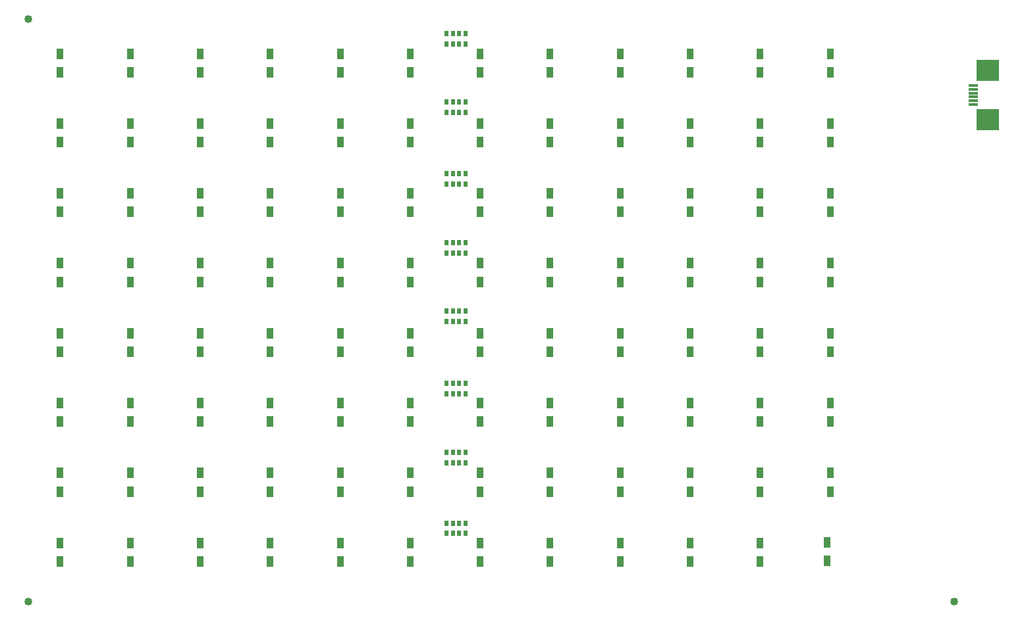
<source format=gtp>
G75*
%MOIN*%
%OFA0B0*%
%FSLAX25Y25*%
%IPPOS*%
%LPD*%
%AMOC8*
5,1,8,0,0,1.08239X$1,22.5*
%
%ADD10C,0.04000*%
%ADD11R,0.03543X0.05512*%
%ADD12R,0.01969X0.02559*%
%ADD13R,0.04724X0.01181*%
%ADD14R,0.11811X0.10630*%
D10*
X0096107Y0075107D03*
X0096107Y0370383D03*
X0564611Y0075107D03*
D11*
X0500414Y0095631D03*
X0500414Y0105080D03*
X0466548Y0104753D03*
X0466548Y0095304D03*
X0431115Y0095304D03*
X0431115Y0104753D03*
X0395682Y0104753D03*
X0395682Y0095304D03*
X0360249Y0095304D03*
X0360249Y0104753D03*
X0360249Y0130737D03*
X0360249Y0140186D03*
X0395682Y0140186D03*
X0395682Y0130737D03*
X0431115Y0130737D03*
X0431115Y0140186D03*
X0431115Y0166170D03*
X0431115Y0175619D03*
X0395682Y0175619D03*
X0395682Y0166170D03*
X0360249Y0166170D03*
X0360249Y0175619D03*
X0360249Y0201603D03*
X0360249Y0211052D03*
X0395682Y0211052D03*
X0395682Y0201603D03*
X0431115Y0201603D03*
X0431115Y0211052D03*
X0431115Y0237036D03*
X0431115Y0246485D03*
X0395682Y0246485D03*
X0395682Y0237036D03*
X0360249Y0237036D03*
X0360249Y0246485D03*
X0360249Y0272469D03*
X0360249Y0281918D03*
X0395682Y0281918D03*
X0395682Y0272469D03*
X0431115Y0272469D03*
X0431115Y0281918D03*
X0431115Y0307902D03*
X0431115Y0317351D03*
X0395682Y0317351D03*
X0395682Y0307902D03*
X0360249Y0307902D03*
X0360249Y0317351D03*
X0360249Y0343335D03*
X0360249Y0352784D03*
X0395682Y0352784D03*
X0395682Y0343335D03*
X0431115Y0343335D03*
X0431115Y0352784D03*
X0466548Y0352784D03*
X0466548Y0343335D03*
X0501981Y0343335D03*
X0501981Y0352784D03*
X0501981Y0317351D03*
X0501981Y0307902D03*
X0466548Y0307902D03*
X0466548Y0317351D03*
X0466548Y0281918D03*
X0466548Y0272469D03*
X0501981Y0272469D03*
X0501981Y0281918D03*
X0501981Y0246485D03*
X0501981Y0237036D03*
X0466548Y0237036D03*
X0466548Y0246485D03*
X0466548Y0211052D03*
X0466548Y0201603D03*
X0501981Y0201603D03*
X0501981Y0211052D03*
X0501981Y0175619D03*
X0501981Y0166170D03*
X0466548Y0166170D03*
X0466548Y0175619D03*
X0466548Y0140186D03*
X0466548Y0130737D03*
X0501981Y0130737D03*
X0501981Y0140186D03*
X0324816Y0140186D03*
X0324816Y0130737D03*
X0289383Y0130737D03*
X0289383Y0140186D03*
X0253950Y0140186D03*
X0253950Y0130737D03*
X0253950Y0104753D03*
X0253950Y0095304D03*
X0289383Y0095304D03*
X0289383Y0104753D03*
X0324816Y0104753D03*
X0324816Y0095304D03*
X0324816Y0166170D03*
X0324816Y0175619D03*
X0289383Y0175619D03*
X0289383Y0166170D03*
X0253950Y0166170D03*
X0253950Y0175619D03*
X0253950Y0201603D03*
X0253950Y0211052D03*
X0289383Y0211052D03*
X0289383Y0201603D03*
X0324816Y0201603D03*
X0324816Y0211052D03*
X0324816Y0237036D03*
X0324816Y0246485D03*
X0289383Y0246485D03*
X0289383Y0237036D03*
X0253950Y0237036D03*
X0253950Y0246485D03*
X0253950Y0272469D03*
X0253950Y0281918D03*
X0289383Y0281918D03*
X0289383Y0272469D03*
X0324816Y0272469D03*
X0324816Y0281918D03*
X0324816Y0307902D03*
X0324816Y0317351D03*
X0289383Y0317351D03*
X0289383Y0307902D03*
X0253950Y0307902D03*
X0253950Y0317351D03*
X0253950Y0343335D03*
X0253950Y0352784D03*
X0289383Y0352784D03*
X0289383Y0343335D03*
X0324816Y0343335D03*
X0324816Y0352784D03*
X0218517Y0352784D03*
X0218517Y0343335D03*
X0183083Y0343335D03*
X0183083Y0352784D03*
X0147650Y0352784D03*
X0147650Y0343335D03*
X0147650Y0317351D03*
X0147650Y0307902D03*
X0183083Y0307902D03*
X0183083Y0317351D03*
X0218517Y0317351D03*
X0218517Y0307902D03*
X0218517Y0281918D03*
X0218517Y0272469D03*
X0183083Y0272469D03*
X0183083Y0281918D03*
X0147650Y0281918D03*
X0147650Y0272469D03*
X0147650Y0246485D03*
X0147650Y0237036D03*
X0183083Y0237036D03*
X0183083Y0246485D03*
X0218517Y0246485D03*
X0218517Y0237036D03*
X0218517Y0211052D03*
X0218517Y0201603D03*
X0183083Y0201603D03*
X0183083Y0211052D03*
X0147650Y0211052D03*
X0147650Y0201603D03*
X0147650Y0175619D03*
X0147650Y0166170D03*
X0183083Y0166170D03*
X0183083Y0175619D03*
X0218517Y0175619D03*
X0218517Y0166170D03*
X0218517Y0140186D03*
X0218517Y0130737D03*
X0183083Y0130737D03*
X0183083Y0140186D03*
X0147650Y0140186D03*
X0147650Y0130737D03*
X0147650Y0104753D03*
X0147650Y0095304D03*
X0183083Y0095304D03*
X0183083Y0104753D03*
X0218517Y0104753D03*
X0218517Y0095304D03*
X0112217Y0095304D03*
X0112217Y0104753D03*
X0112217Y0130737D03*
X0112217Y0140186D03*
X0112217Y0166170D03*
X0112217Y0175619D03*
X0112217Y0201603D03*
X0112217Y0211052D03*
X0112217Y0237036D03*
X0112217Y0246485D03*
X0112217Y0272469D03*
X0112217Y0281918D03*
X0112217Y0307902D03*
X0112217Y0317351D03*
X0112217Y0343335D03*
X0112217Y0352784D03*
D12*
X0307918Y0357489D03*
X0311068Y0357489D03*
X0314217Y0357489D03*
X0317367Y0357489D03*
X0317367Y0362804D03*
X0314217Y0362804D03*
X0311068Y0362804D03*
X0307918Y0362804D03*
X0307918Y0328158D03*
X0311068Y0328158D03*
X0314217Y0328158D03*
X0317367Y0328158D03*
X0317367Y0322843D03*
X0314217Y0322843D03*
X0311068Y0322843D03*
X0307918Y0322843D03*
X0307918Y0291938D03*
X0311068Y0291938D03*
X0314217Y0291938D03*
X0317367Y0291938D03*
X0317367Y0286623D03*
X0314217Y0286623D03*
X0311068Y0286623D03*
X0307918Y0286623D03*
X0307918Y0256898D03*
X0311068Y0256898D03*
X0314217Y0256898D03*
X0317367Y0256898D03*
X0317367Y0251583D03*
X0314217Y0251583D03*
X0311068Y0251583D03*
X0307918Y0251583D03*
X0307918Y0222253D03*
X0311068Y0222253D03*
X0314217Y0222253D03*
X0317367Y0222253D03*
X0317367Y0216938D03*
X0314217Y0216938D03*
X0311068Y0216938D03*
X0307918Y0216938D03*
X0307918Y0185639D03*
X0311068Y0185639D03*
X0314217Y0185639D03*
X0317367Y0185639D03*
X0317367Y0180324D03*
X0314217Y0180324D03*
X0311068Y0180324D03*
X0307918Y0180324D03*
X0307918Y0150599D03*
X0311068Y0150599D03*
X0314217Y0150599D03*
X0317367Y0150599D03*
X0317367Y0145284D03*
X0314217Y0145284D03*
X0311068Y0145284D03*
X0307918Y0145284D03*
X0307918Y0114772D03*
X0311068Y0114772D03*
X0314217Y0114772D03*
X0317367Y0114772D03*
X0317367Y0109457D03*
X0314217Y0109457D03*
X0311068Y0109457D03*
X0307918Y0109457D03*
D13*
X0574414Y0326879D03*
X0574414Y0328847D03*
X0574414Y0330816D03*
X0574414Y0332784D03*
X0574414Y0334753D03*
X0574414Y0336721D03*
D14*
X0581894Y0344320D03*
X0581894Y0319280D03*
M02*

</source>
